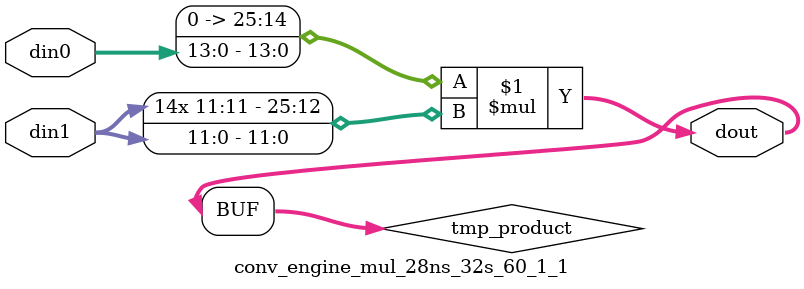
<source format=v>

`timescale 1 ns / 1 ps

 module conv_engine_mul_28ns_32s_60_1_1(din0, din1, dout);
parameter ID = 1;
parameter NUM_STAGE = 0;
parameter din0_WIDTH = 14;
parameter din1_WIDTH = 12;
parameter dout_WIDTH = 26;

input [din0_WIDTH - 1 : 0] din0; 
input [din1_WIDTH - 1 : 0] din1; 
output [dout_WIDTH - 1 : 0] dout;

wire signed [dout_WIDTH - 1 : 0] tmp_product;

























assign tmp_product = $signed({1'b0, din0}) * $signed(din1);










assign dout = tmp_product;





















endmodule

</source>
